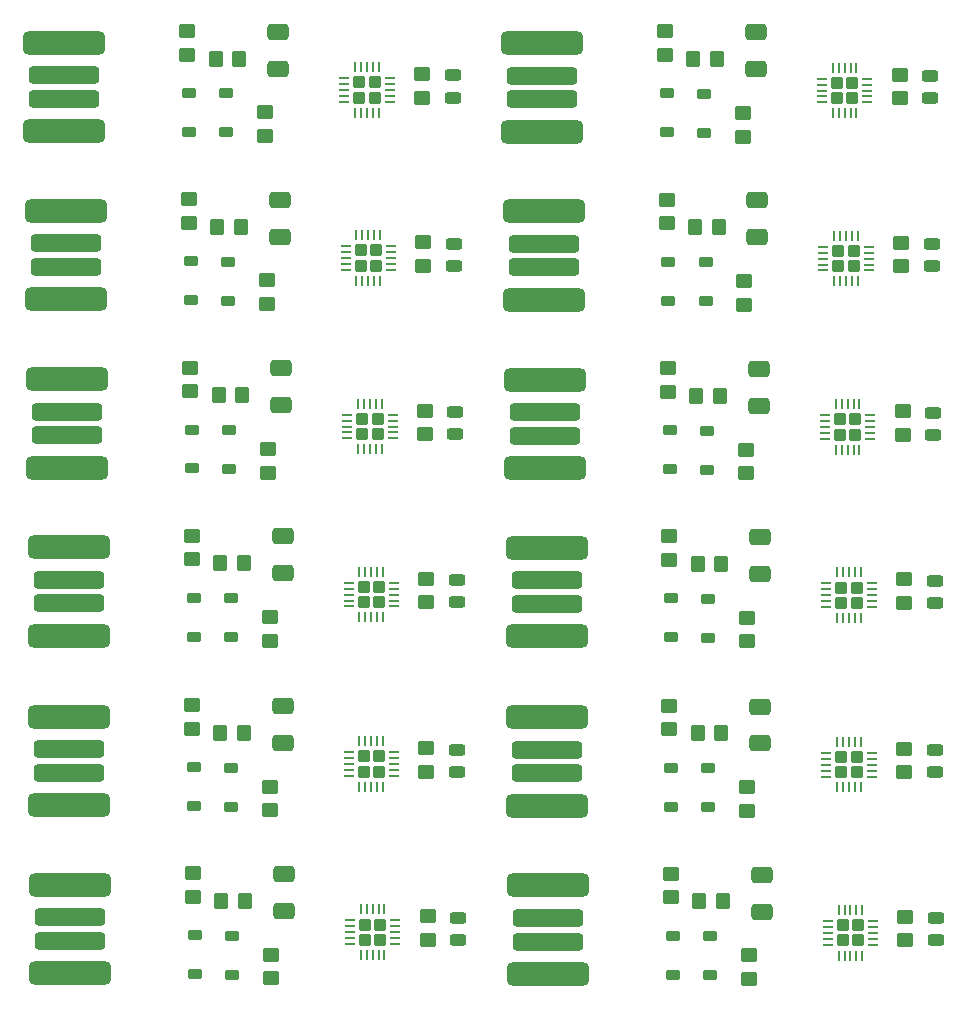
<source format=gbr>
%TF.GenerationSoftware,KiCad,Pcbnew,7.0.1*%
%TF.CreationDate,2023-04-10T19:00:45+03:00*%
%TF.ProjectId,Attiny_USB_panel,41747469-6e79-45f5-9553-425f70616e65,rev?*%
%TF.SameCoordinates,Original*%
%TF.FileFunction,Paste,Top*%
%TF.FilePolarity,Positive*%
%FSLAX46Y46*%
G04 Gerber Fmt 4.6, Leading zero omitted, Abs format (unit mm)*
G04 Created by KiCad (PCBNEW 7.0.1) date 2023-04-10 19:00:45*
%MOMM*%
%LPD*%
G01*
G04 APERTURE LIST*
G04 Aperture macros list*
%AMRoundRect*
0 Rectangle with rounded corners*
0 $1 Rounding radius*
0 $2 $3 $4 $5 $6 $7 $8 $9 X,Y pos of 4 corners*
0 Add a 4 corners polygon primitive as box body*
4,1,4,$2,$3,$4,$5,$6,$7,$8,$9,$2,$3,0*
0 Add four circle primitives for the rounded corners*
1,1,$1+$1,$2,$3*
1,1,$1+$1,$4,$5*
1,1,$1+$1,$6,$7*
1,1,$1+$1,$8,$9*
0 Add four rect primitives between the rounded corners*
20,1,$1+$1,$2,$3,$4,$5,0*
20,1,$1+$1,$4,$5,$6,$7,0*
20,1,$1+$1,$6,$7,$8,$9,0*
20,1,$1+$1,$8,$9,$2,$3,0*%
G04 Aperture macros list end*
%ADD10RoundRect,0.250000X0.350000X0.450000X-0.350000X0.450000X-0.350000X-0.450000X0.350000X-0.450000X0*%
%ADD11RoundRect,0.225000X-0.375000X0.225000X-0.375000X-0.225000X0.375000X-0.225000X0.375000X0.225000X0*%
%ADD12RoundRect,0.250000X-0.450000X0.350000X-0.450000X-0.350000X0.450000X-0.350000X0.450000X0.350000X0*%
%ADD13RoundRect,0.500000X-3.000000X-0.500000X3.000000X-0.500000X3.000000X0.500000X-3.000000X0.500000X0*%
%ADD14RoundRect,0.375000X-2.625000X-0.375000X2.625000X-0.375000X2.625000X0.375000X-2.625000X0.375000X0*%
%ADD15RoundRect,0.250000X0.450000X-0.350000X0.450000X0.350000X-0.450000X0.350000X-0.450000X-0.350000X0*%
%ADD16RoundRect,0.250000X0.275000X-0.275000X0.275000X0.275000X-0.275000X0.275000X-0.275000X-0.275000X0*%
%ADD17RoundRect,0.062500X0.062500X-0.362500X0.062500X0.362500X-0.062500X0.362500X-0.062500X-0.362500X0*%
%ADD18RoundRect,0.062500X0.362500X-0.062500X0.362500X0.062500X-0.362500X0.062500X-0.362500X-0.062500X0*%
%ADD19RoundRect,0.243750X-0.456250X0.243750X-0.456250X-0.243750X0.456250X-0.243750X0.456250X0.243750X0*%
%ADD20RoundRect,0.250000X-0.650000X0.412500X-0.650000X-0.412500X0.650000X-0.412500X0.650000X0.412500X0*%
G04 APERTURE END LIST*
D10*
%TO.C,R2*%
X133260000Y-46440000D03*
X131260000Y-46440000D03*
%TD*%
D11*
%TO.C,D1*%
X129010000Y-49340000D03*
X129010000Y-52640000D03*
%TD*%
D12*
%TO.C,R4*%
X128860000Y-44090000D03*
X128860000Y-46090000D03*
%TD*%
D13*
%TO.C,U2*%
X159017500Y-59357500D03*
D14*
X159017500Y-62107500D03*
X159017500Y-64107500D03*
D13*
X159017500Y-66857500D03*
%TD*%
D12*
%TO.C,R3*%
X189280000Y-62020000D03*
X189280000Y-64020000D03*
%TD*%
D15*
%TO.C,R1*%
X135460000Y-52990000D03*
X135460000Y-50990000D03*
%TD*%
D16*
%TO.C,U1*%
X183980000Y-64020000D03*
X185280000Y-64020000D03*
X183980000Y-62720000D03*
X185280000Y-62720000D03*
D17*
X183630000Y-65295000D03*
X184130000Y-65295000D03*
X184630000Y-65295000D03*
X185130000Y-65295000D03*
X185630000Y-65295000D03*
D18*
X186555000Y-64370000D03*
X186555000Y-63870000D03*
X186555000Y-63370000D03*
X186555000Y-62870000D03*
X186555000Y-62370000D03*
D17*
X185630000Y-61445000D03*
X185130000Y-61445000D03*
X184630000Y-61445000D03*
X184130000Y-61445000D03*
X183630000Y-61445000D03*
D18*
X182705000Y-62370000D03*
X182705000Y-62870000D03*
X182705000Y-63370000D03*
X182705000Y-63870000D03*
X182705000Y-64370000D03*
%TD*%
D19*
%TO.C,D3*%
X151310000Y-47865000D03*
X151310000Y-49740000D03*
%TD*%
D15*
%TO.C,R1*%
X176030000Y-67270000D03*
X176030000Y-65270000D03*
%TD*%
D13*
%TO.C,U2*%
X158897500Y-45127500D03*
D14*
X158897500Y-47877500D03*
X158897500Y-49877500D03*
D13*
X158897500Y-52627500D03*
%TD*%
D12*
%TO.C,R4*%
X169310000Y-44140000D03*
X169310000Y-46140000D03*
%TD*%
D11*
%TO.C,D1*%
X169580000Y-63620000D03*
X169580000Y-66920000D03*
%TD*%
D12*
%TO.C,R3*%
X189160000Y-47790000D03*
X189160000Y-49790000D03*
%TD*%
D11*
%TO.C,D2*%
X132160000Y-49390000D03*
X132160000Y-52690000D03*
%TD*%
D15*
%TO.C,R1*%
X135580000Y-67220000D03*
X135580000Y-65220000D03*
%TD*%
D10*
%TO.C,R2*%
X133380000Y-60670000D03*
X131380000Y-60670000D03*
%TD*%
D11*
%TO.C,D1*%
X129130000Y-63570000D03*
X129130000Y-66870000D03*
%TD*%
D19*
%TO.C,D3*%
X151430000Y-62095000D03*
X151430000Y-63970000D03*
%TD*%
D16*
%TO.C,U1*%
X143530000Y-63970000D03*
X144830000Y-63970000D03*
X143530000Y-62670000D03*
X144830000Y-62670000D03*
D17*
X143180000Y-65245000D03*
X143680000Y-65245000D03*
X144180000Y-65245000D03*
X144680000Y-65245000D03*
X145180000Y-65245000D03*
D18*
X146105000Y-64320000D03*
X146105000Y-63820000D03*
X146105000Y-63320000D03*
X146105000Y-62820000D03*
X146105000Y-62320000D03*
D17*
X145180000Y-61395000D03*
X144680000Y-61395000D03*
X144180000Y-61395000D03*
X143680000Y-61395000D03*
X143180000Y-61395000D03*
D18*
X142255000Y-62320000D03*
X142255000Y-62820000D03*
X142255000Y-63320000D03*
X142255000Y-63820000D03*
X142255000Y-64320000D03*
%TD*%
D12*
%TO.C,R3*%
X148830000Y-61970000D03*
X148830000Y-63970000D03*
%TD*%
D11*
%TO.C,D2*%
X132280000Y-63620000D03*
X132280000Y-66920000D03*
%TD*%
D12*
%TO.C,R4*%
X128980000Y-58320000D03*
X128980000Y-60320000D03*
%TD*%
D20*
%TO.C,C1*%
X136680000Y-58395000D03*
X136680000Y-61520000D03*
%TD*%
D13*
%TO.C,U2*%
X118567500Y-59307500D03*
D14*
X118567500Y-62057500D03*
X118567500Y-64057500D03*
D13*
X118567500Y-66807500D03*
%TD*%
D20*
%TO.C,C1*%
X177130000Y-58445000D03*
X177130000Y-61570000D03*
%TD*%
D19*
%TO.C,D3*%
X191760000Y-47915000D03*
X191760000Y-49790000D03*
%TD*%
D11*
%TO.C,D1*%
X169460000Y-49390000D03*
X169460000Y-52690000D03*
%TD*%
D16*
%TO.C,U1*%
X183860000Y-49790000D03*
X185160000Y-49790000D03*
X183860000Y-48490000D03*
X185160000Y-48490000D03*
D17*
X183510000Y-51065000D03*
X184010000Y-51065000D03*
X184510000Y-51065000D03*
X185010000Y-51065000D03*
X185510000Y-51065000D03*
D18*
X186435000Y-50140000D03*
X186435000Y-49640000D03*
X186435000Y-49140000D03*
X186435000Y-48640000D03*
X186435000Y-48140000D03*
D17*
X185510000Y-47215000D03*
X185010000Y-47215000D03*
X184510000Y-47215000D03*
X184010000Y-47215000D03*
X183510000Y-47215000D03*
D18*
X182585000Y-48140000D03*
X182585000Y-48640000D03*
X182585000Y-49140000D03*
X182585000Y-49640000D03*
X182585000Y-50140000D03*
%TD*%
D10*
%TO.C,R2*%
X173830000Y-60720000D03*
X171830000Y-60720000D03*
%TD*%
D11*
%TO.C,D2*%
X172730000Y-63670000D03*
X172730000Y-66970000D03*
%TD*%
%TO.C,D2*%
X172610000Y-49440000D03*
X172610000Y-52740000D03*
%TD*%
D10*
%TO.C,R2*%
X173710000Y-46490000D03*
X171710000Y-46490000D03*
%TD*%
D15*
%TO.C,R1*%
X175910000Y-53040000D03*
X175910000Y-51040000D03*
%TD*%
D20*
%TO.C,C1*%
X136560000Y-44165000D03*
X136560000Y-47290000D03*
%TD*%
D13*
%TO.C,U2*%
X118447500Y-45077500D03*
D14*
X118447500Y-47827500D03*
X118447500Y-49827500D03*
D13*
X118447500Y-52577500D03*
%TD*%
D19*
%TO.C,D3*%
X191880000Y-62145000D03*
X191880000Y-64020000D03*
%TD*%
D12*
%TO.C,R4*%
X169430000Y-58370000D03*
X169430000Y-60370000D03*
%TD*%
D20*
%TO.C,C1*%
X177010000Y-44215000D03*
X177010000Y-47340000D03*
%TD*%
D16*
%TO.C,U1*%
X143410000Y-49740000D03*
X144710000Y-49740000D03*
X143410000Y-48440000D03*
X144710000Y-48440000D03*
D17*
X143060000Y-51015000D03*
X143560000Y-51015000D03*
X144060000Y-51015000D03*
X144560000Y-51015000D03*
X145060000Y-51015000D03*
D18*
X145985000Y-50090000D03*
X145985000Y-49590000D03*
X145985000Y-49090000D03*
X145985000Y-48590000D03*
X145985000Y-48090000D03*
D17*
X145060000Y-47165000D03*
X144560000Y-47165000D03*
X144060000Y-47165000D03*
X143560000Y-47165000D03*
X143060000Y-47165000D03*
D18*
X142135000Y-48090000D03*
X142135000Y-48590000D03*
X142135000Y-49090000D03*
X142135000Y-49590000D03*
X142135000Y-50090000D03*
%TD*%
D12*
%TO.C,R3*%
X148710000Y-47740000D03*
X148710000Y-49740000D03*
%TD*%
D10*
%TO.C,R2*%
X133510000Y-74940000D03*
X131510000Y-74940000D03*
%TD*%
D11*
%TO.C,D1*%
X129260000Y-77840000D03*
X129260000Y-81140000D03*
%TD*%
D12*
%TO.C,R4*%
X129110000Y-72590000D03*
X129110000Y-74590000D03*
%TD*%
D13*
%TO.C,U2*%
X159267500Y-87857500D03*
D14*
X159267500Y-90607500D03*
X159267500Y-92607500D03*
D13*
X159267500Y-95357500D03*
%TD*%
D12*
%TO.C,R3*%
X189530000Y-90520000D03*
X189530000Y-92520000D03*
%TD*%
D15*
%TO.C,R1*%
X135710000Y-81490000D03*
X135710000Y-79490000D03*
%TD*%
D16*
%TO.C,U1*%
X184230000Y-92520000D03*
X185530000Y-92520000D03*
X184230000Y-91220000D03*
X185530000Y-91220000D03*
D17*
X183880000Y-93795000D03*
X184380000Y-93795000D03*
X184880000Y-93795000D03*
X185380000Y-93795000D03*
X185880000Y-93795000D03*
D18*
X186805000Y-92870000D03*
X186805000Y-92370000D03*
X186805000Y-91870000D03*
X186805000Y-91370000D03*
X186805000Y-90870000D03*
D17*
X185880000Y-89945000D03*
X185380000Y-89945000D03*
X184880000Y-89945000D03*
X184380000Y-89945000D03*
X183880000Y-89945000D03*
D18*
X182955000Y-90870000D03*
X182955000Y-91370000D03*
X182955000Y-91870000D03*
X182955000Y-92370000D03*
X182955000Y-92870000D03*
%TD*%
D19*
%TO.C,D3*%
X151560000Y-76365000D03*
X151560000Y-78240000D03*
%TD*%
D15*
%TO.C,R1*%
X176280000Y-95770000D03*
X176280000Y-93770000D03*
%TD*%
D13*
%TO.C,U2*%
X159147500Y-73627500D03*
D14*
X159147500Y-76377500D03*
X159147500Y-78377500D03*
D13*
X159147500Y-81127500D03*
%TD*%
D12*
%TO.C,R4*%
X169560000Y-72640000D03*
X169560000Y-74640000D03*
%TD*%
D11*
%TO.C,D1*%
X169830000Y-92120000D03*
X169830000Y-95420000D03*
%TD*%
D12*
%TO.C,R3*%
X189410000Y-76290000D03*
X189410000Y-78290000D03*
%TD*%
D11*
%TO.C,D2*%
X132410000Y-77890000D03*
X132410000Y-81190000D03*
%TD*%
D15*
%TO.C,R1*%
X135830000Y-95720000D03*
X135830000Y-93720000D03*
%TD*%
D10*
%TO.C,R2*%
X133630000Y-89170000D03*
X131630000Y-89170000D03*
%TD*%
D11*
%TO.C,D1*%
X129380000Y-92070000D03*
X129380000Y-95370000D03*
%TD*%
D19*
%TO.C,D3*%
X151680000Y-90595000D03*
X151680000Y-92470000D03*
%TD*%
D16*
%TO.C,U1*%
X143780000Y-92470000D03*
X145080000Y-92470000D03*
X143780000Y-91170000D03*
X145080000Y-91170000D03*
D17*
X143430000Y-93745000D03*
X143930000Y-93745000D03*
X144430000Y-93745000D03*
X144930000Y-93745000D03*
X145430000Y-93745000D03*
D18*
X146355000Y-92820000D03*
X146355000Y-92320000D03*
X146355000Y-91820000D03*
X146355000Y-91320000D03*
X146355000Y-90820000D03*
D17*
X145430000Y-89895000D03*
X144930000Y-89895000D03*
X144430000Y-89895000D03*
X143930000Y-89895000D03*
X143430000Y-89895000D03*
D18*
X142505000Y-90820000D03*
X142505000Y-91320000D03*
X142505000Y-91820000D03*
X142505000Y-92320000D03*
X142505000Y-92820000D03*
%TD*%
D12*
%TO.C,R3*%
X149080000Y-90470000D03*
X149080000Y-92470000D03*
%TD*%
D11*
%TO.C,D2*%
X132530000Y-92120000D03*
X132530000Y-95420000D03*
%TD*%
D12*
%TO.C,R4*%
X129230000Y-86820000D03*
X129230000Y-88820000D03*
%TD*%
D20*
%TO.C,C1*%
X136930000Y-86895000D03*
X136930000Y-90020000D03*
%TD*%
D13*
%TO.C,U2*%
X118817500Y-87807500D03*
D14*
X118817500Y-90557500D03*
X118817500Y-92557500D03*
D13*
X118817500Y-95307500D03*
%TD*%
D20*
%TO.C,C1*%
X177380000Y-86945000D03*
X177380000Y-90070000D03*
%TD*%
D19*
%TO.C,D3*%
X192010000Y-76415000D03*
X192010000Y-78290000D03*
%TD*%
D11*
%TO.C,D1*%
X169710000Y-77890000D03*
X169710000Y-81190000D03*
%TD*%
D16*
%TO.C,U1*%
X184110000Y-78290000D03*
X185410000Y-78290000D03*
X184110000Y-76990000D03*
X185410000Y-76990000D03*
D17*
X183760000Y-79565000D03*
X184260000Y-79565000D03*
X184760000Y-79565000D03*
X185260000Y-79565000D03*
X185760000Y-79565000D03*
D18*
X186685000Y-78640000D03*
X186685000Y-78140000D03*
X186685000Y-77640000D03*
X186685000Y-77140000D03*
X186685000Y-76640000D03*
D17*
X185760000Y-75715000D03*
X185260000Y-75715000D03*
X184760000Y-75715000D03*
X184260000Y-75715000D03*
X183760000Y-75715000D03*
D18*
X182835000Y-76640000D03*
X182835000Y-77140000D03*
X182835000Y-77640000D03*
X182835000Y-78140000D03*
X182835000Y-78640000D03*
%TD*%
D10*
%TO.C,R2*%
X174080000Y-89220000D03*
X172080000Y-89220000D03*
%TD*%
D11*
%TO.C,D2*%
X172980000Y-92170000D03*
X172980000Y-95470000D03*
%TD*%
%TO.C,D2*%
X172860000Y-77940000D03*
X172860000Y-81240000D03*
%TD*%
D10*
%TO.C,R2*%
X173960000Y-74990000D03*
X171960000Y-74990000D03*
%TD*%
D15*
%TO.C,R1*%
X176160000Y-81540000D03*
X176160000Y-79540000D03*
%TD*%
D20*
%TO.C,C1*%
X136810000Y-72665000D03*
X136810000Y-75790000D03*
%TD*%
D13*
%TO.C,U2*%
X118697500Y-73577500D03*
D14*
X118697500Y-76327500D03*
X118697500Y-78327500D03*
D13*
X118697500Y-81077500D03*
%TD*%
D19*
%TO.C,D3*%
X192130000Y-90645000D03*
X192130000Y-92520000D03*
%TD*%
D12*
%TO.C,R4*%
X169680000Y-86870000D03*
X169680000Y-88870000D03*
%TD*%
D20*
%TO.C,C1*%
X177260000Y-72715000D03*
X177260000Y-75840000D03*
%TD*%
D16*
%TO.C,U1*%
X143660000Y-78240000D03*
X144960000Y-78240000D03*
X143660000Y-76940000D03*
X144960000Y-76940000D03*
D17*
X143310000Y-79515000D03*
X143810000Y-79515000D03*
X144310000Y-79515000D03*
X144810000Y-79515000D03*
X145310000Y-79515000D03*
D18*
X146235000Y-78590000D03*
X146235000Y-78090000D03*
X146235000Y-77590000D03*
X146235000Y-77090000D03*
X146235000Y-76590000D03*
D17*
X145310000Y-75665000D03*
X144810000Y-75665000D03*
X144310000Y-75665000D03*
X143810000Y-75665000D03*
X143310000Y-75665000D03*
D18*
X142385000Y-76590000D03*
X142385000Y-77090000D03*
X142385000Y-77590000D03*
X142385000Y-78090000D03*
X142385000Y-78590000D03*
%TD*%
D12*
%TO.C,R3*%
X148960000Y-76240000D03*
X148960000Y-78240000D03*
%TD*%
D13*
%TO.C,U2*%
X159267500Y-102207500D03*
D14*
X159267500Y-104957500D03*
X159267500Y-106957500D03*
D13*
X159267500Y-109707500D03*
%TD*%
D12*
%TO.C,R3*%
X189530000Y-104870000D03*
X189530000Y-106870000D03*
%TD*%
D16*
%TO.C,U1*%
X184230000Y-106870000D03*
X185530000Y-106870000D03*
X184230000Y-105570000D03*
X185530000Y-105570000D03*
D17*
X183880000Y-108145000D03*
X184380000Y-108145000D03*
X184880000Y-108145000D03*
X185380000Y-108145000D03*
X185880000Y-108145000D03*
D18*
X186805000Y-107220000D03*
X186805000Y-106720000D03*
X186805000Y-106220000D03*
X186805000Y-105720000D03*
X186805000Y-105220000D03*
D17*
X185880000Y-104295000D03*
X185380000Y-104295000D03*
X184880000Y-104295000D03*
X184380000Y-104295000D03*
X183880000Y-104295000D03*
D18*
X182955000Y-105220000D03*
X182955000Y-105720000D03*
X182955000Y-106220000D03*
X182955000Y-106720000D03*
X182955000Y-107220000D03*
%TD*%
D15*
%TO.C,R1*%
X176280000Y-110120000D03*
X176280000Y-108120000D03*
%TD*%
D11*
%TO.C,D1*%
X169830000Y-106470000D03*
X169830000Y-109770000D03*
%TD*%
D15*
%TO.C,R1*%
X135830000Y-110070000D03*
X135830000Y-108070000D03*
%TD*%
D10*
%TO.C,R2*%
X133630000Y-103520000D03*
X131630000Y-103520000D03*
%TD*%
D11*
%TO.C,D1*%
X129380000Y-106420000D03*
X129380000Y-109720000D03*
%TD*%
D19*
%TO.C,D3*%
X151680000Y-104945000D03*
X151680000Y-106820000D03*
%TD*%
D16*
%TO.C,U1*%
X143780000Y-106820000D03*
X145080000Y-106820000D03*
X143780000Y-105520000D03*
X145080000Y-105520000D03*
D17*
X143430000Y-108095000D03*
X143930000Y-108095000D03*
X144430000Y-108095000D03*
X144930000Y-108095000D03*
X145430000Y-108095000D03*
D18*
X146355000Y-107170000D03*
X146355000Y-106670000D03*
X146355000Y-106170000D03*
X146355000Y-105670000D03*
X146355000Y-105170000D03*
D17*
X145430000Y-104245000D03*
X144930000Y-104245000D03*
X144430000Y-104245000D03*
X143930000Y-104245000D03*
X143430000Y-104245000D03*
D18*
X142505000Y-105170000D03*
X142505000Y-105670000D03*
X142505000Y-106170000D03*
X142505000Y-106670000D03*
X142505000Y-107170000D03*
%TD*%
D12*
%TO.C,R3*%
X149080000Y-104820000D03*
X149080000Y-106820000D03*
%TD*%
D11*
%TO.C,D2*%
X132530000Y-106470000D03*
X132530000Y-109770000D03*
%TD*%
D12*
%TO.C,R4*%
X129230000Y-101170000D03*
X129230000Y-103170000D03*
%TD*%
D20*
%TO.C,C1*%
X136930000Y-101245000D03*
X136930000Y-104370000D03*
%TD*%
D13*
%TO.C,U2*%
X118817500Y-102157500D03*
D14*
X118817500Y-104907500D03*
X118817500Y-106907500D03*
D13*
X118817500Y-109657500D03*
%TD*%
D20*
%TO.C,C1*%
X177380000Y-101295000D03*
X177380000Y-104420000D03*
%TD*%
D10*
%TO.C,R2*%
X174080000Y-103570000D03*
X172080000Y-103570000D03*
%TD*%
D11*
%TO.C,D2*%
X172980000Y-106520000D03*
X172980000Y-109820000D03*
%TD*%
D19*
%TO.C,D3*%
X192130000Y-104995000D03*
X192130000Y-106870000D03*
%TD*%
D12*
%TO.C,R4*%
X169680000Y-101220000D03*
X169680000Y-103220000D03*
%TD*%
D15*
%TO.C,R1*%
X176400000Y-124350000D03*
X176400000Y-122350000D03*
%TD*%
D10*
%TO.C,R2*%
X174200000Y-117800000D03*
X172200000Y-117800000D03*
%TD*%
D11*
%TO.C,D1*%
X169950000Y-120700000D03*
X169950000Y-124000000D03*
%TD*%
D19*
%TO.C,D3*%
X192250000Y-119225000D03*
X192250000Y-121100000D03*
%TD*%
D16*
%TO.C,U1*%
X184350000Y-121100000D03*
X185650000Y-121100000D03*
X184350000Y-119800000D03*
X185650000Y-119800000D03*
D17*
X184000000Y-122375000D03*
X184500000Y-122375000D03*
X185000000Y-122375000D03*
X185500000Y-122375000D03*
X186000000Y-122375000D03*
D18*
X186925000Y-121450000D03*
X186925000Y-120950000D03*
X186925000Y-120450000D03*
X186925000Y-119950000D03*
X186925000Y-119450000D03*
D17*
X186000000Y-118525000D03*
X185500000Y-118525000D03*
X185000000Y-118525000D03*
X184500000Y-118525000D03*
X184000000Y-118525000D03*
D18*
X183075000Y-119450000D03*
X183075000Y-119950000D03*
X183075000Y-120450000D03*
X183075000Y-120950000D03*
X183075000Y-121450000D03*
%TD*%
D12*
%TO.C,R3*%
X189650000Y-119100000D03*
X189650000Y-121100000D03*
%TD*%
D11*
%TO.C,D2*%
X173100000Y-120750000D03*
X173100000Y-124050000D03*
%TD*%
D12*
%TO.C,R4*%
X169800000Y-115450000D03*
X169800000Y-117450000D03*
%TD*%
D20*
%TO.C,C1*%
X177500000Y-115525000D03*
X177500000Y-118650000D03*
%TD*%
D13*
%TO.C,U2*%
X159387500Y-116437500D03*
D14*
X159387500Y-119187500D03*
X159387500Y-121187500D03*
D13*
X159387500Y-123937500D03*
%TD*%
%TO.C,U2*%
X118937500Y-116387500D03*
D14*
X118937500Y-119137500D03*
X118937500Y-121137500D03*
D13*
X118937500Y-123887500D03*
%TD*%
D20*
%TO.C,C1*%
X137050000Y-115475000D03*
X137050000Y-118600000D03*
%TD*%
D12*
%TO.C,R4*%
X129350000Y-115400000D03*
X129350000Y-117400000D03*
%TD*%
D11*
%TO.C,D2*%
X132650000Y-120700000D03*
X132650000Y-124000000D03*
%TD*%
D12*
%TO.C,R3*%
X149200000Y-119050000D03*
X149200000Y-121050000D03*
%TD*%
D16*
%TO.C,U1*%
X143900000Y-121050000D03*
X145200000Y-121050000D03*
X143900000Y-119750000D03*
X145200000Y-119750000D03*
D17*
X143550000Y-122325000D03*
X144050000Y-122325000D03*
X144550000Y-122325000D03*
X145050000Y-122325000D03*
X145550000Y-122325000D03*
D18*
X146475000Y-121400000D03*
X146475000Y-120900000D03*
X146475000Y-120400000D03*
X146475000Y-119900000D03*
X146475000Y-119400000D03*
D17*
X145550000Y-118475000D03*
X145050000Y-118475000D03*
X144550000Y-118475000D03*
X144050000Y-118475000D03*
X143550000Y-118475000D03*
D18*
X142625000Y-119400000D03*
X142625000Y-119900000D03*
X142625000Y-120400000D03*
X142625000Y-120900000D03*
X142625000Y-121400000D03*
%TD*%
D19*
%TO.C,D3*%
X151800000Y-119175000D03*
X151800000Y-121050000D03*
%TD*%
D11*
%TO.C,D1*%
X129500000Y-120650000D03*
X129500000Y-123950000D03*
%TD*%
D10*
%TO.C,R2*%
X133750000Y-117750000D03*
X131750000Y-117750000D03*
%TD*%
D15*
%TO.C,R1*%
X135950000Y-124300000D03*
X135950000Y-122300000D03*
%TD*%
M02*

</source>
